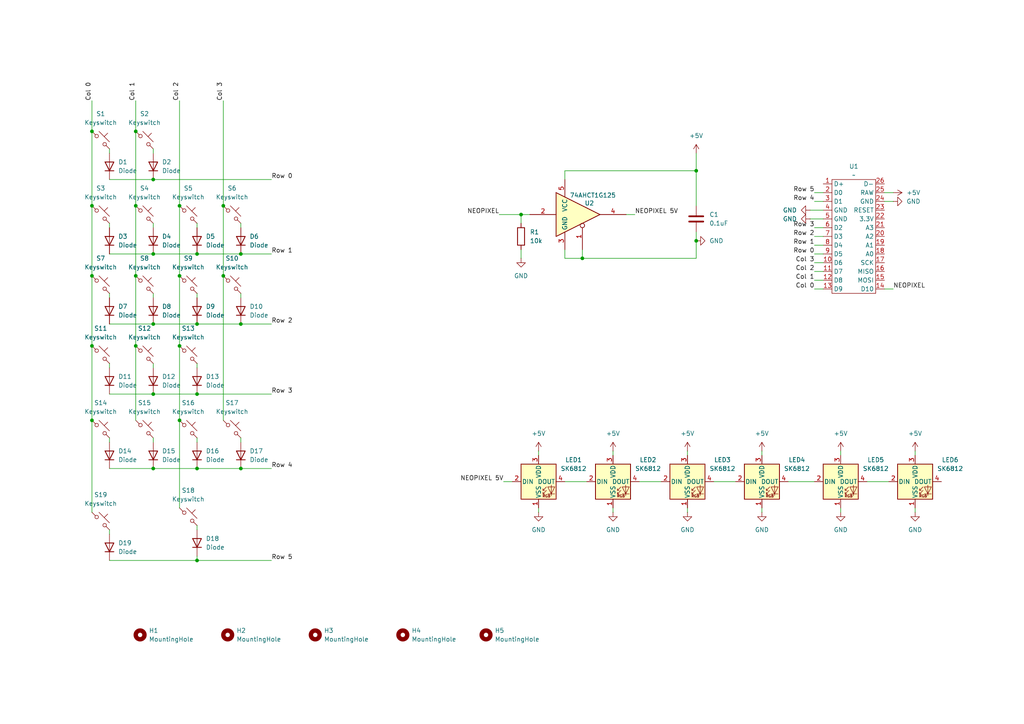
<source format=kicad_sch>
(kicad_sch (version 20231120) (generator "eeschema") (generator_version "8.0")
  (paper "A4")
  (title_block (title "Numpad") (date "2024-05-19") (company "Bychkov Labs"))
  (lib_symbols
    (symbol "74xGxx:74AHCT1G125"
      (property "Reference" "U2" (at 12.7 6.3186 0))
      (property "Value" "74AHCT1G125" (at 12.7 3.7786 0))
      (symbol "74AHCT1G125_0_1"
        (polyline (pts (xy -7.62 6.35) (xy -7.62 -6.35) (xy 5.08 0) (xy -7.62 6.35)) (stroke (width 0.254)) (fill (type background)))
      )
      (symbol "74AHCT1G125_1_1"
        (pin input inverted (at 0 -10.16 90) (length 7.62) (name "~") (number "1"))
        (pin input line (at -15.24 0 0) (length 7.62) (name "~") (number "2"))
        (pin power_in line (at -5.08 -10.16 90) (length 5.08) (name "GND") (number "3"))
        (pin tri_state line (at 12.7 0 180) (length 7.62) (name "~") (number "4"))
        (pin power_in line (at -5.08 10.16 270) (length 5.08) (name "VCC") (number "5"))
      )
    )
    (symbol "Adafruit:KB2040"
      (property "Reference" "U" (at 0 0 0))
      (symbol "KB2040_0_1"
        (rectangle (start -6.35 16.51) (end 6.35 -16.51))
      )
      (symbol "KB2040_1_1"
        (pin input line (at -8.89 15.24 0) (length 2.54) (name "D+") (number "1"))
        (pin input line (at -8.89 -7.62 0) (length 2.54) (name "D6") (number "10"))
        (pin input line (at -8.89 -10.16 0) (length 2.54) (name "D7") (number "11"))
        (pin input line (at -8.89 -12.7 0) (length 2.54) (name "D8") (number "12"))
        (pin input line (at -8.89 -15.24 0) (length 2.54) (name "D9") (number "13"))
        (pin input line (at 8.89 -15.24 180) (length 2.54) (name "D10") (number "14"))
        (pin input line (at 8.89 -12.7 180) (length 2.54) (name "MOSI") (number "15"))
        (pin input line (at 8.89 -10.16 180) (length 2.54) (name "MISO") (number "16"))
        (pin input line (at 8.89 -7.62 180) (length 2.54) (name "SCK") (number "17"))
        (pin input line (at 8.89 -5.08 180) (length 2.54) (name "A0") (number "18"))
        (pin input line (at 8.89 -2.54 180) (length 2.54) (name "A1") (number "19"))
        (pin input line (at -8.89 12.7 0) (length 2.54) (name "D0") (number "2"))
        (pin input line (at 8.89 0 180) (length 2.54) (name "A2") (number "20"))
        (pin input line (at 8.89 2.54 180) (length 2.54) (name "A3") (number "21"))
        (pin input line (at 8.89 5.08 180) (length 2.54) (name "3.3V") (number "22"))
        (pin input line (at 8.89 7.62 180) (length 2.54) (name "RESET") (number "23"))
        (pin input line (at 8.89 10.16 180) (length 2.54) (name "GND") (number "24"))
        (pin input line (at 8.89 12.7 180) (length 2.54) (name "RAW") (number "25"))
        (pin input line (at 8.89 15.24 180) (length 2.54) (name "D-") (number "26"))
        (pin input line (at -8.89 10.16 0) (length 2.54) (name "D1") (number "3"))
        (pin input line (at -8.89 7.62 0) (length 2.54) (name "GND") (number "4"))
        (pin input line (at -8.89 5.08 0) (length 2.54) (name "GND") (number "5"))
        (pin input line (at -8.89 2.54 0) (length 2.54) (name "D2") (number "6"))
        (pin input line (at -8.89 0 0) (length 2.54) (name "D3") (number "7"))
        (pin input line (at -8.89 -2.54 0) (length 2.54) (name "D4") (number "8"))
        (pin input line (at -8.89 -5.08 0) (length 2.54) (name "D5") (number "9"))
      )
    )
    (symbol "Device:C" (pin_numbers hide) (pin_names (offset 0.254))
      (property "Reference" "C" (at 0.635 2.54 0))
      (property "Value" "C" (at 0.635 -2.54 0))
      (symbol "C_0_1"
        (polyline (pts (xy -2.032 -0.762) (xy 2.032 -0.762)) (stroke (width 0.508)))
        (polyline (pts (xy -2.032 0.762) (xy 2.032 0.762)) (stroke (width 0.508)))
      )
      (symbol "C_1_1"
        (pin passive line (at 0 3.81 270) (length 2.794) (name "~") (number "1"))
        (pin passive line (at 0 -3.81 90) (length 2.794) (name "~") (number "2"))
      )
    )
    (symbol "Device:R" (pin_numbers hide) (pin_names (offset 0))
      (property "Reference" "R" (at 2.032 0 90))
      (property "Value" "R" (at 0 0 90))
      (symbol "R_0_1"
        (rectangle (start -1.016 -2.54) (end 1.016 2.54) (stroke (width 0.254)))
      )
      (symbol "R_1_1"
        (pin passive line (at 0 3.81 270) (length 1.27) (name "~") (number "1"))
        (pin passive line (at 0 -3.81 90) (length 1.27) (name "~") (number "2"))
      )
    )
    (symbol "LED:SK6812" (pin_names (offset 0.254))
      (property "Reference" "D" (at 5.08 5.715 0))
      (property "Value" "SK6812" (at 1.27 -5.715 0))
      (symbol "SK6812_0_0"
        (text "RGB" (at 2.286 -4.191 0) (effects (font (size 0.762 0.762))))
      )
      (symbol "SK6812_0_1"
        (polyline (pts (xy 1.27 -3.556) (xy 1.778 -3.556)))
        (polyline (pts (xy 1.27 -2.54) (xy 1.778 -2.54)))
        (polyline (pts (xy 4.699 -3.556) (xy 2.667 -3.556)))
        (polyline (pts (xy 2.286 -2.54) (xy 1.27 -3.556) (xy 1.27 -3.048)))
        (polyline (pts (xy 2.286 -1.524) (xy 1.27 -2.54) (xy 1.27 -2.032)))
        (polyline (pts (xy 3.683 -1.016) (xy 3.683 -3.556) (xy 3.683 -4.064)))
        (polyline (pts (xy 4.699 -1.524) (xy 2.667 -1.524) (xy 3.683 -3.556) (xy 4.699 -1.524)))
        (rectangle (start 5.08 5.08) (end -5.08 -5.08) (stroke (width 0.254)) (fill (type background)))
      )
      (symbol "SK6812_1_1"
        (pin power_in line (at 0 -7.62 90) (length 2.54) (name "VSS") (number "1"))
        (pin input line (at -7.62 0 0) (length 2.54) (name "DIN") (number "2"))
        (pin power_in line (at 0 7.62 270) (length 2.54) (name "VDD") (number "3"))
        (pin output line (at 7.62 0 180) (length 2.54) (name "DOUT") (number "4"))
      )
    )
    (symbol "Mechanical:MountingHole" (pin_names (offset 1.016)) (exclude_from_sim yes) (in_bom no)
      (property "Reference" "H" (at 0 5.08 0))
      (property "Value" "MountingHole" (at 0 3.175 0))
      (symbol "MountingHole_0_1"
        (circle (center 0 0) (radius 1.27) (stroke (width 1.27)))
      )
    )
    (symbol "ScottoKeebs:Placeholder_Diode" (pin_numbers hide) (pin_names hide)
      (property "Reference" "D" (at 0 2.54 0))
      (property "Value" "Diode" (at 0 -2.54 0))
      (symbol "Placeholder_Diode_0_1"
        (polyline (pts (xy -1.27 1.27) (xy -1.27 -1.27)) (stroke (width 0.254)))
        (polyline (pts (xy 1.27 0) (xy -1.27 0)))
        (polyline (pts (xy 1.27 1.27) (xy 1.27 -1.27) (xy -1.27 0) (xy 1.27 1.27)) (stroke (width 0.254)))
      )
      (symbol "Placeholder_Diode_1_1"
        (pin passive line (at -3.81 0 0) (length 2.54) (name "K") (number "1"))
        (pin passive line (at 3.81 0 180) (length 2.54) (name "A") (number "2"))
      )
    )
    (symbol "ScottoKeebs:Placeholder_Keyswitch" (pin_numbers hide) (pin_names (offset 1.016) hide)
      (property "Reference" "S" (at 3.048 1.016 0))
      (property "Value" "Keyswitch" (at 0 -3.81 0))
      (symbol "Placeholder_Keyswitch_0_1"
        (circle (center -1.1684 1.1684) (radius 0.508))
        (polyline (pts (xy -0.508 2.54) (xy 2.54 -0.508)))
        (polyline (pts (xy 1.016 1.016) (xy 2.032 2.032)))
        (polyline (pts (xy -2.54 2.54) (xy -1.524 1.524) (xy -1.524 1.524)))
        (polyline (pts (xy 1.524 -1.524) (xy 2.54 -2.54) (xy 2.54 -2.54) (xy 2.54 -2.54)))
        (circle (center 1.143 -1.1938) (radius 0.508))
        (pin passive line (at -2.54 2.54 0) (length 0) (name "1") (number "1"))
        (pin passive line (at 2.54 -2.54 180) (length 0) (name "2") (number "2"))
      )
    )
    (symbol "power:+5V" (power) (pin_numbers hide) (pin_names (offset 0) hide)
      (property "Value" "+5V" (at 0 3.556 0))
      (symbol "+5V_0_1"
        (polyline (pts (xy -0.762 1.27) (xy 0 2.54)))
        (polyline (pts (xy 0 0) (xy 0 2.54)))
        (polyline (pts (xy 0 2.54) (xy 0.762 1.27)))
      )
      (symbol "+5V_1_1"
        (pin power_in line (at 0 0 90) (length 0) (name "~") (number "1"))
      )
    )
    (symbol "power:GND" (power) (pin_numbers hide) (pin_names (offset 0) hide)
      (property "Value" "GND" (at 0 -3.81 0))
      (symbol "GND_0_1"
        (polyline (pts (xy 0 0) (xy 0 -1.27) (xy 1.27 -1.27) (xy 0 -2.54) (xy -1.27 -1.27) (xy 0 -1.27)))
      )
      (symbol "GND_1_1"
        (pin power_in line (at 0 0 270) (length 0) (name "~") (number "1"))
      )
    )
  )
  (junction (at 57.15 135.89))
  (junction (at 168.91 74.93))
  (junction (at 69.85 135.89))
  (junction (at 52.07 80.01))
  (junction (at 26.67 59.69))
  (junction (at 39.37 80.01))
  (junction (at 26.67 100.33))
  (junction (at 39.37 100.33))
  (junction (at 52.07 100.33))
  (junction (at 44.45 52.07))
  (junction (at 44.45 135.89))
  (junction (at 57.15 114.3))
  (junction (at 201.93 69.85))
  (junction (at 39.37 38.1))
  (junction (at 44.45 114.3))
  (junction (at 52.07 59.69))
  (junction (at 57.15 162.56))
  (junction (at 57.15 73.66))
  (junction (at 44.45 73.66))
  (junction (at 64.77 80.01))
  (junction (at 151.13 62.23))
  (junction (at 201.93 49.53))
  (junction (at 69.85 73.66))
  (junction (at 64.77 59.69))
  (junction (at 57.15 93.98))
  (junction (at 52.07 121.92))
  (junction (at 26.67 121.92))
  (junction (at 69.85 93.98))
  (junction (at 26.67 80.01))
  (junction (at 26.67 38.1))
  (junction (at 44.45 93.98))
  (junction (at 39.37 59.69))
  (wire (pts (xy 44.45 43.18) (xy 44.45 44.45)))
  (wire (pts (xy 44.45 114.3) (xy 57.15 114.3)))
  (wire (pts (xy 26.67 38.1) (xy 26.67 59.69)))
  (wire (pts (xy 31.75 64.77) (xy 31.75 66.04)))
  (wire (pts (xy 201.93 69.85) (xy 201.93 74.93)))
  (wire (pts (xy 44.45 52.07) (xy 78.74 52.07)))
  (wire (pts (xy 31.75 73.66) (xy 44.45 73.66)))
  (wire (pts (xy 177.8 147.32) (xy 177.8 148.59)))
  (wire (pts (xy 57.15 64.77) (xy 57.15 66.04)))
  (wire (pts (xy 69.85 64.77) (xy 69.85 66.04)))
  (wire (pts (xy 44.45 127) (xy 44.45 128.27)))
  (wire (pts (xy 201.93 67.31) (xy 201.93 69.85)))
  (wire (pts (xy 31.75 153.67) (xy 31.75 154.94)))
  (wire (pts (xy 57.15 152.4) (xy 57.15 153.67)))
  (wire (pts (xy 236.22 78.74) (xy 238.76 78.74)))
  (wire (pts (xy 31.75 43.18) (xy 31.75 44.45)))
  (wire (pts (xy 201.93 44.45) (xy 201.93 49.53)))
  (wire (pts (xy 265.43 130.81) (xy 265.43 132.08)))
  (wire (pts (xy 57.15 85.09) (xy 57.15 86.36)))
  (wire (pts (xy 185.42 139.7) (xy 191.77 139.7)))
  (wire (pts (xy 44.45 93.98) (xy 57.15 93.98)))
  (wire (pts (xy 228.6 139.7) (xy 236.22 139.7)))
  (wire (pts (xy 31.75 135.89) (xy 44.45 135.89)))
  (wire (pts (xy 31.75 93.98) (xy 44.45 93.98)))
  (wire (pts (xy 31.75 52.07) (xy 44.45 52.07)))
  (wire (pts (xy 26.67 121.92) (xy 26.67 148.59)))
  (wire (pts (xy 69.85 135.89) (xy 78.74 135.89)))
  (wire (pts (xy 236.22 68.58) (xy 238.76 68.58)))
  (wire (pts (xy 236.22 71.12) (xy 238.76 71.12)))
  (wire (pts (xy 236.22 73.66) (xy 238.76 73.66)))
  (wire (pts (xy 39.37 29.21) (xy 39.37 38.1)))
  (wire (pts (xy 177.8 130.81) (xy 177.8 132.08)))
  (wire (pts (xy 44.45 64.77) (xy 44.45 66.04)))
  (wire (pts (xy 168.91 74.93) (xy 163.83 74.93)))
  (wire (pts (xy 199.39 147.32) (xy 199.39 148.59)))
  (wire (pts (xy 69.85 73.66) (xy 78.74 73.66)))
  (wire (pts (xy 57.15 105.41) (xy 57.15 106.68)))
  (wire (pts (xy 31.75 114.3) (xy 44.45 114.3)))
  (wire (pts (xy 57.15 161.29) (xy 57.15 162.56)))
  (wire (pts (xy 31.75 127) (xy 31.75 128.27)))
  (wire (pts (xy 31.75 85.09) (xy 31.75 86.36)))
  (wire (pts (xy 52.07 80.01) (xy 52.07 100.33)))
  (wire (pts (xy 69.85 127) (xy 69.85 128.27)))
  (wire (pts (xy 57.15 135.89) (xy 69.85 135.89)))
  (wire (pts (xy 207.01 139.7) (xy 213.36 139.7)))
  (wire (pts (xy 146.05 139.7) (xy 148.59 139.7)))
  (wire (pts (xy 156.21 147.32) (xy 156.21 148.59)))
  (wire (pts (xy 156.21 130.81) (xy 156.21 132.08)))
  (wire (pts (xy 234.95 63.5) (xy 238.76 63.5)))
  (wire (pts (xy 26.67 29.21) (xy 26.67 38.1)))
  (wire (pts (xy 256.54 55.88) (xy 259.08 55.88)))
  (wire (pts (xy 144.78 62.23) (xy 151.13 62.23)))
  (wire (pts (xy 52.07 121.92) (xy 52.07 147.32)))
  (wire (pts (xy 69.85 93.98) (xy 78.74 93.98)))
  (wire (pts (xy 57.15 127) (xy 57.15 128.27)))
  (wire (pts (xy 256.54 83.82) (xy 259.08 83.82)))
  (wire (pts (xy 44.45 135.89) (xy 57.15 135.89)))
  (wire (pts (xy 64.77 59.69) (xy 64.77 80.01)))
  (wire (pts (xy 256.54 58.42) (xy 259.08 58.42)))
  (wire (pts (xy 201.93 49.53) (xy 201.93 59.69)))
  (wire (pts (xy 151.13 62.23) (xy 151.13 64.77)))
  (wire (pts (xy 151.13 72.39) (xy 151.13 74.93)))
  (wire (pts (xy 168.91 72.39) (xy 168.91 74.93)))
  (wire (pts (xy 236.22 66.04) (xy 238.76 66.04)))
  (wire (pts (xy 39.37 80.01) (xy 39.37 100.33)))
  (wire (pts (xy 26.67 80.01) (xy 26.67 100.33)))
  (wire (pts (xy 39.37 100.33) (xy 39.37 121.92)))
  (wire (pts (xy 265.43 147.32) (xy 265.43 148.59)))
  (wire (pts (xy 57.15 162.56) (xy 78.74 162.56)))
  (wire (pts (xy 181.61 62.23) (xy 184.15 62.23)))
  (wire (pts (xy 44.45 73.66) (xy 57.15 73.66)))
  (wire (pts (xy 163.83 49.53) (xy 201.93 49.53)))
  (wire (pts (xy 26.67 59.69) (xy 26.67 80.01)))
  (wire (pts (xy 39.37 59.69) (xy 39.37 80.01)))
  (wire (pts (xy 163.83 139.7) (xy 170.18 139.7)))
  (wire (pts (xy 44.45 85.09) (xy 44.45 86.36)))
  (wire (pts (xy 64.77 80.01) (xy 64.77 121.92)))
  (wire (pts (xy 69.85 85.09) (xy 69.85 86.36)))
  (wire (pts (xy 251.46 139.7) (xy 257.81 139.7)))
  (wire (pts (xy 220.98 147.32) (xy 220.98 148.59)))
  (wire (pts (xy 236.22 76.2) (xy 238.76 76.2)))
  (wire (pts (xy 243.84 130.81) (xy 243.84 132.08)))
  (wire (pts (xy 199.39 130.81) (xy 199.39 132.08)))
  (wire (pts (xy 44.45 105.41) (xy 44.45 106.68)))
  (wire (pts (xy 236.22 83.82) (xy 238.76 83.82)))
  (wire (pts (xy 57.15 73.66) (xy 69.85 73.66)))
  (wire (pts (xy 31.75 162.56) (xy 57.15 162.56)))
  (wire (pts (xy 163.83 74.93) (xy 163.83 72.39)))
  (wire (pts (xy 52.07 100.33) (xy 52.07 121.92)))
  (wire (pts (xy 234.95 60.96) (xy 238.76 60.96)))
  (wire (pts (xy 201.93 74.93) (xy 168.91 74.93)))
  (wire (pts (xy 151.13 62.23) (xy 153.67 62.23)))
  (wire (pts (xy 57.15 93.98) (xy 69.85 93.98)))
  (wire (pts (xy 57.15 114.3) (xy 78.74 114.3)))
  (wire (pts (xy 52.07 59.69) (xy 52.07 80.01)))
  (wire (pts (xy 39.37 38.1) (xy 39.37 59.69)))
  (wire (pts (xy 163.83 49.53) (xy 163.83 52.07)))
  (wire (pts (xy 220.98 130.81) (xy 220.98 132.08)))
  (wire (pts (xy 64.77 29.21) (xy 64.77 59.69)))
  (wire (pts (xy 52.07 29.21) (xy 52.07 59.69)))
  (wire (pts (xy 31.75 105.41) (xy 31.75 106.68)))
  (wire (pts (xy 236.22 55.88) (xy 238.76 55.88)))
  (wire (pts (xy 236.22 81.28) (xy 238.76 81.28)))
  (wire (pts (xy 243.84 147.32) (xy 243.84 148.59)))
  (wire (pts (xy 26.67 100.33) (xy 26.67 121.92)))
  (wire (pts (xy 236.22 58.42) (xy 238.76 58.42)))
  (label "NEOPIXEL" (at 259.08 83.82 0))
  (label "Col 0" (at 26.67 29.21 90))
  (label "Col 2" (at 52.07 29.21 90))
  (label "Row 2" (at 78.74 93.98 0))
  (label "Col 2" (at 236.22 78.74 180))
  (label "Col 3" (at 236.22 76.2 180))
  (label "Row 5" (at 78.74 162.56 0))
  (label "Row 3" (at 236.22 66.04 180))
  (label "NEOPIXEL" (at 144.78 62.23 180))
  (label "NEOPIXEL 5V" (at 146.05 139.7 180))
  (label "Col 1" (at 39.37 29.21 90))
  (label "Row 5" (at 236.22 55.88 180))
  (label "Row 4" (at 236.22 58.42 180))
  (label "Col 0" (at 236.22 83.82 180))
  (label "Row 0" (at 78.74 52.07 0))
  (label "NEOPIXEL 5V" (at 184.15 62.23 0))
  (label "Row 4" (at 78.74 135.89 0))
  (label "Row 1" (at 78.74 73.66 0))
  (label "Row 0" (at 236.22 73.66 180))
  (label "Row 1" (at 236.22 71.12 180))
  (label "Col 1" (at 236.22 81.28 180))
  (label "Col 3" (at 64.77 29.21 90))
  (label "Row 2" (at 236.22 68.58 180))
  (label "Row 3" (at 78.74 114.3 0))
  (symbol (lib_id "power:GND") (at 177.8 148.59 0) (unit 1)
    (property "Reference" "#PWR016" (effects (hide yes)))
    (property "Value" "GND" (at 177.8 153.67 0))
    (property "Description" "Power symbol creates a global label with name \"GND\" , ground" (effects (hide yes)))
  )
  (symbol (lib_id "power:+5V") (at 259.08 55.88 270) (unit 1)
    (property "Reference" "#PWR02" (effects (hide yes)))
    (property "Value" "+5V" (at 262.89 55.8799 90) (effects (justify left)))
    (property "Description" "Power symbol creates a global label with name \"+5V\"" (effects (hide yes)))
  )
  (symbol (lib_id "LED:SK6812") (at 265.43 139.7 0) (unit 1)
    (property "Reference" "LED6" (at 275.59 133.3814 0))
    (property "Value" "SK6812" (at 275.59 135.9214 0))
    (property "Footprint" "LED_SMD:LED_SK6812_PLCC4_5.0x5.0mm_P3.2mm" (effects (hide yes)))
    (property "Datasheet" "https://cdn-shop.adafruit.com/product-files/1138/SK6812+LED+datasheet+.pdf" (effects (hide yes)))
    (property "Description" "RGB LED with integrated controller" (effects (hide yes)))
  )
  (symbol (lib_id "ScottoKeebs:Placeholder_Keyswitch") (at 41.91 62.23 0) (unit 1)
    (property "Reference" "S4" (at 41.91 54.61 0))
    (property "Value" "Keyswitch" (at 41.91 57.15 0))
    (property "Footprint" "Button_Switch_Keyboard:SW_Cherry_MX_1.00u_PCB" (effects (hide yes)))
    (property "Description" "Push button switch, normally open, two pins, 45° tilted" (effects (hide yes)))
  )
  (symbol (lib_id "LED:SK6812") (at 199.39 139.7 0) (unit 1)
    (property "Reference" "LED3" (at 209.55 133.3814 0))
    (property "Value" "SK6812" (at 209.55 135.9214 0))
    (property "Footprint" "LED_SMD:LED_SK6812_PLCC4_5.0x5.0mm_P3.2mm" (effects (hide yes)))
    (property "Datasheet" "https://cdn-shop.adafruit.com/product-files/1138/SK6812+LED+datasheet+.pdf" (effects (hide yes)))
    (property "Description" "RGB LED with integrated controller" (effects (hide yes)))
  )
  (symbol (lib_id "ScottoKeebs:Placeholder_Diode") (at 31.75 158.75 90) (unit 1)
    (property "Reference" "D19" (at 34.29 157.4799 90) (effects (justify right)))
    (property "Value" "Diode" (at 34.29 160.0199 90) (effects (justify right)))
    (property "Footprint" "ScottoKeebs_Components:Diode_SOD-123" (effects (hide yes)))
    (property "Description" "1N4148 (DO-35) or 1N4148W (SOD-123)" (effects (hide yes)))
    (property "Sim.Device" "D" (effects (hide yes)))
    (property "Sim.Pins" "1=K 2=A" (effects (hide yes)))
  )
  (symbol (lib_id "74xGxx:74AHCT1G125") (at 168.91 62.23 0) (unit 1)
    (property "Reference" "U2" (at 170.942 58.928 0))
    (property "Value" "74AHCT1G125" (at 171.958 56.642 0))
    (property "Footprint" "Package_TO_SOT_SMD:SOT-23-5_HandSoldering" (effects (hide yes)))
    (property "Datasheet" "http://www.ti.com/lit/sg/scyt129e/scyt129e.pdf" (effects (hide yes)))
    (property "Description" "Single Buffer Gate Tri-State, Low-Voltage CMOS" (effects (hide yes)))
  )
  (symbol (lib_id "ScottoKeebs:Placeholder_Diode") (at 31.75 110.49 90) (unit 1)
    (property "Reference" "D11" (at 34.29 109.2199 90) (effects (justify right)))
    (property "Value" "Diode" (at 34.29 111.7599 90) (effects (justify right)))
    (property "Footprint" "ScottoKeebs_Components:Diode_SOD-123" (effects (hide yes)))
    (property "Description" "1N4148 (DO-35) or 1N4148W (SOD-123)" (effects (hide yes)))
    (property "Sim.Device" "D" (effects (hide yes)))
    (property "Sim.Pins" "1=K 2=A" (effects (hide yes)))
  )
  (symbol (lib_id "power:+5V") (at 220.98 130.81 0) (unit 1)
    (property "Reference" "#PWR012" (effects (hide yes)))
    (property "Value" "+5V" (at 220.98 125.73 0))
    (property "Description" "Power symbol creates a global label with name \"+5V\"" (effects (hide yes)))
  )
  (symbol (lib_id "power:+5V") (at 156.21 130.81 0) (unit 1)
    (property "Reference" "#PWR09" (effects (hide yes)))
    (property "Value" "+5V" (at 156.21 125.73 0))
    (property "Description" "Power symbol creates a global label with name \"+5V\"" (effects (hide yes)))
  )
  (symbol (lib_id "power:+5V") (at 177.8 130.81 0) (unit 1)
    (property "Reference" "#PWR010" (effects (hide yes)))
    (property "Value" "+5V" (at 177.8 125.73 0))
    (property "Description" "Power symbol creates a global label with name \"+5V\"" (effects (hide yes)))
  )
  (symbol (lib_id "ScottoKeebs:Placeholder_Keyswitch") (at 67.31 62.23 0) (unit 1)
    (property "Reference" "S6" (at 67.31 54.61 0))
    (property "Value" "Keyswitch" (at 67.31 57.15 0))
    (property "Footprint" "Button_Switch_Keyboard:SW_Cherry_MX_1.00u_PCB" (effects (hide yes)))
    (property "Description" "Push button switch, normally open, two pins, 45° tilted" (effects (hide yes)))
  )
  (symbol (lib_id "LED:SK6812") (at 220.98 139.7 0) (unit 1)
    (property "Reference" "LED4" (at 231.14 133.3814 0))
    (property "Value" "SK6812" (at 231.14 135.9214 0))
    (property "Footprint" "LED_SMD:LED_SK6812_PLCC4_5.0x5.0mm_P3.2mm" (effects (hide yes)))
    (property "Datasheet" "https://cdn-shop.adafruit.com/product-files/1138/SK6812+LED+datasheet+.pdf" (effects (hide yes)))
    (property "Description" "RGB LED with integrated controller" (effects (hide yes)))
  )
  (symbol (lib_id "ScottoKeebs:Placeholder_Keyswitch") (at 54.61 82.55 0) (unit 1)
    (property "Reference" "S9" (at 54.61 74.93 0))
    (property "Value" "Keyswitch" (at 54.61 77.47 0))
    (property "Footprint" "Button_Switch_Keyboard:SW_Cherry_MX_1.00u_PCB" (effects (hide yes)))
    (property "Description" "Push button switch, normally open, two pins, 45° tilted" (effects (hide yes)))
  )
  (symbol (lib_id "ScottoKeebs:Placeholder_Keyswitch") (at 29.21 82.55 0) (unit 1)
    (property "Reference" "S7" (at 29.21 74.93 0))
    (property "Value" "Keyswitch" (at 29.21 77.47 0))
    (property "Footprint" "Button_Switch_Keyboard:SW_Cherry_MX_1.00u_PCB" (effects (hide yes)))
    (property "Description" "Push button switch, normally open, two pins, 45° tilted" (effects (hide yes)))
  )
  (symbol (lib_id "ScottoKeebs:Placeholder_Diode") (at 69.85 132.08 90) (unit 1)
    (property "Reference" "D17" (at 72.39 130.8099 90) (effects (justify right)))
    (property "Value" "Diode" (at 72.39 133.3499 90) (effects (justify right)))
    (property "Footprint" "ScottoKeebs_Components:Diode_SOD-123" (effects (hide yes)))
    (property "Description" "1N4148 (DO-35) or 1N4148W (SOD-123)" (effects (hide yes)))
    (property "Sim.Device" "D" (effects (hide yes)))
    (property "Sim.Pins" "1=K 2=A" (effects (hide yes)))
  )
  (symbol (lib_id "ScottoKeebs:Placeholder_Keyswitch") (at 54.61 149.86 0) (unit 1)
    (property "Reference" "S18" (at 54.61 142.24 0))
    (property "Value" "Keyswitch" (at 54.61 144.78 0))
    (property "Footprint" "PCM_Switch_Keyboard_Cherry_MX:SW_Cherry_MX_PCB_1.00u" (effects (hide yes)))
    (property "Description" "Push button switch, normally open, two pins, 45° tilted" (effects (hide yes)))
  )
  (symbol (lib_id "ScottoKeebs:Placeholder_Keyswitch") (at 29.21 62.23 0) (unit 1)
    (property "Reference" "S3" (at 29.21 54.61 0))
    (property "Value" "Keyswitch" (at 29.21 57.15 0))
    (property "Footprint" "Button_Switch_Keyboard:SW_Cherry_MX_1.00u_PCB" (effects (hide yes)))
    (property "Description" "Push button switch, normally open, two pins, 45° tilted" (effects (hide yes)))
  )
  (symbol (lib_id "ScottoKeebs:Placeholder_Diode") (at 31.75 90.17 90) (unit 1)
    (property "Reference" "D7" (at 34.29 88.8999 90) (effects (justify right)))
    (property "Value" "Diode" (at 34.29 91.4399 90) (effects (justify right)))
    (property "Footprint" "ScottoKeebs_Components:Diode_SOD-123" (effects (hide yes)))
    (property "Description" "1N4148 (DO-35) or 1N4148W (SOD-123)" (effects (hide yes)))
    (property "Sim.Device" "D" (effects (hide yes)))
    (property "Sim.Pins" "1=K 2=A" (effects (hide yes)))
  )
  (symbol (lib_id "ScottoKeebs:Placeholder_Keyswitch") (at 41.91 102.87 0) (unit 1)
    (property "Reference" "S12" (at 41.91 95.25 0))
    (property "Value" "Keyswitch" (at 41.91 97.79 0))
    (property "Footprint" "Button_Switch_Keyboard:SW_Cherry_MX_1.00u_PCB" (effects (hide yes)))
    (property "Description" "Push button switch, normally open, two pins, 45° tilted" (effects (hide yes)))
  )
  (symbol (lib_id "ScottoKeebs:Placeholder_Keyswitch") (at 41.91 40.64 0) (unit 1)
    (property "Reference" "S2" (at 41.91 33.02 0))
    (property "Value" "Keyswitch" (at 41.91 35.56 0))
    (property "Footprint" "Button_Switch_Keyboard:SW_Cherry_MX_1.00u_PCB" (effects (hide yes)))
    (property "Description" "Push button switch, normally open, two pins, 45° tilted" (effects (hide yes)))
  )
  (symbol (lib_id "ScottoKeebs:Placeholder_Keyswitch") (at 67.31 82.55 0) (unit 1)
    (property "Reference" "S10" (at 67.31 74.93 0))
    (property "Value" "Keyswitch" (at 67.31 77.47 0))
    (property "Footprint" "PCM_Switch_Keyboard_Cherry_MX:SW_Cherry_MX_PCB_2.00u_90deg" (effects (hide yes)))
    (property "Description" "Push button switch, normally open, two pins, 45° tilted" (effects (hide yes)))
  )
  (symbol (lib_id "power:+5V") (at 265.43 130.81 0) (unit 1)
    (property "Reference" "#PWR014" (effects (hide yes)))
    (property "Value" "+5V" (at 265.43 125.73 0))
    (property "Description" "Power symbol creates a global label with name \"+5V\"" (effects (hide yes)))
  )
  (symbol (lib_id "ScottoKeebs:Placeholder_Diode") (at 44.45 132.08 90) (unit 1)
    (property "Reference" "D15" (at 46.99 130.8099 90) (effects (justify right)))
    (property "Value" "Diode" (at 46.99 133.3499 90) (effects (justify right)))
    (property "Footprint" "ScottoKeebs_Components:Diode_SOD-123" (effects (hide yes)))
    (property "Description" "1N4148 (DO-35) or 1N4148W (SOD-123)" (effects (hide yes)))
    (property "Sim.Device" "D" (effects (hide yes)))
    (property "Sim.Pins" "1=K 2=A" (effects (hide yes)))
  )
  (symbol (lib_id "power:+5V") (at 201.93 44.45 0) (unit 1)
    (property "Reference" "#PWR021" (effects (hide yes)))
    (property "Value" "+5V" (at 201.93 39.37 0))
    (property "Description" "Power symbol creates a global label with name \"+5V\"" (effects (hide yes)))
  )
  (symbol (lib_id "ScottoKeebs:Placeholder_Keyswitch") (at 67.31 124.46 0) (unit 1)
    (property "Reference" "S17" (at 67.31 116.84 0))
    (property "Value" "Keyswitch" (at 67.31 119.38 0))
    (property "Footprint" "PCM_Switch_Keyboard_Cherry_MX:SW_Cherry_MX_PCB_2.00u_90deg" (effects (hide yes)))
    (property "Description" "Push button switch, normally open, two pins, 45° tilted" (effects (hide yes)))
  )
  (symbol (lib_id "power:GND") (at 199.39 148.59 0) (unit 1)
    (property "Reference" "#PWR017" (effects (hide yes)))
    (property "Value" "GND" (at 199.39 153.67 0))
    (property "Description" "Power symbol creates a global label with name \"GND\" , ground" (effects (hide yes)))
  )
  (symbol (lib_id "ScottoKeebs:Placeholder_Keyswitch") (at 29.21 151.13 0) (unit 1)
    (property "Reference" "S19" (at 29.21 143.51 0))
    (property "Value" "Keyswitch" (at 29.21 146.05 0))
    (property "Footprint" "PCM_Switch_Keyboard_Cherry_MX:SW_Cherry_MX_PCB_2.00u" (effects (hide yes)))
    (property "Description" "Push button switch, normally open, two pins, 45° tilted" (effects (hide yes)))
  )
  (symbol (lib_id "ScottoKeebs:Placeholder_Diode") (at 69.85 90.17 90) (unit 1)
    (property "Reference" "D10" (at 72.39 88.8999 90) (effects (justify right)))
    (property "Value" "Diode" (at 72.39 91.4399 90) (effects (justify right)))
    (property "Footprint" "ScottoKeebs_Components:Diode_SOD-123" (effects (hide yes)))
    (property "Description" "1N4148 (DO-35) or 1N4148W (SOD-123)" (effects (hide yes)))
    (property "Sim.Device" "D" (effects (hide yes)))
    (property "Sim.Pins" "1=K 2=A" (effects (hide yes)))
  )
  (symbol (lib_id "power:GND") (at 156.21 148.59 0) (unit 1)
    (property "Reference" "#PWR015" (effects (hide yes)))
    (property "Value" "GND" (at 156.21 153.67 0))
    (property "Description" "Power symbol creates a global label with name \"GND\" , ground" (effects (hide yes)))
  )
  (symbol (lib_id "Device:C") (at 201.93 63.5 0) (unit 1)
    (property "Reference" "C1" (at 205.74 62.2299 0) (effects (justify left)))
    (property "Value" "0.1uF" (at 205.74 64.7699 0) (effects (justify left)))
    (property "Footprint" "Capacitor_SMD:C_1206_3216Metric_Pad1.33x1.80mm_HandSolder" (effects (hide yes)))
    (property "Description" "Unpolarized capacitor" (effects (hide yes)))
  )
  (symbol (lib_id "power:GND") (at 151.13 74.93 0) (unit 1)
    (property "Reference" "#PWR06" (effects (hide yes)))
    (property "Value" "GND" (at 151.13 80.01 0))
    (property "Description" "Power symbol creates a global label with name \"GND\" , ground" (effects (hide yes)))
  )
  (symbol (lib_id "Mechanical:MountingHole") (at 116.84 184.15 0) (unit 1) (exclude_from_sim yes) (in_bom no)
    (property "Reference" "H4" (at 119.38 182.8799 0) (effects (justify left)))
    (property "Value" "MountingHole" (at 119.38 185.4199 0) (effects (justify left)))
    (property "Footprint" "MountingHole:MountingHole_2.2mm_M2" (effects (hide yes)))
    (property "Description" "Mounting Hole without connection" (effects (hide yes)))
  )
  (symbol (lib_id "ScottoKeebs:Placeholder_Diode") (at 57.15 69.85 90) (unit 1)
    (property "Reference" "D5" (at 59.69 68.5799 90) (effects (justify right)))
    (property "Value" "Diode" (at 59.69 71.1199 90) (effects (justify right)))
    (property "Footprint" "ScottoKeebs_Components:Diode_SOD-123" (effects (hide yes)))
    (property "Description" "1N4148 (DO-35) or 1N4148W (SOD-123)" (effects (hide yes)))
    (property "Sim.Device" "D" (effects (hide yes)))
    (property "Sim.Pins" "1=K 2=A" (effects (hide yes)))
  )
  (symbol (lib_id "Mechanical:MountingHole") (at 140.97 184.15 0) (unit 1) (exclude_from_sim yes) (in_bom no)
    (property "Reference" "H5" (at 143.51 182.8799 0) (effects (justify left)))
    (property "Value" "MountingHole" (at 143.51 185.4199 0) (effects (justify left)))
    (property "Footprint" "MountingHole:MountingHole_2.2mm_M2" (effects (hide yes)))
    (property "Description" "Mounting Hole without connection" (effects (hide yes)))
  )
  (symbol (lib_id "ScottoKeebs:Placeholder_Diode") (at 31.75 132.08 90) (unit 1)
    (property "Reference" "D14" (at 34.29 130.8099 90) (effects (justify right)))
    (property "Value" "Diode" (at 34.29 133.3499 90) (effects (justify right)))
    (property "Footprint" "ScottoKeebs_Components:Diode_SOD-123" (effects (hide yes)))
    (property "Description" "1N4148 (DO-35) or 1N4148W (SOD-123)" (effects (hide yes)))
    (property "Sim.Device" "D" (effects (hide yes)))
    (property "Sim.Pins" "1=K 2=A" (effects (hide yes)))
  )
  (symbol (lib_id "Mechanical:MountingHole") (at 66.04 184.15 0) (unit 1) (exclude_from_sim yes) (in_bom no)
    (property "Reference" "H2" (at 68.58 182.8799 0) (effects (justify left)))
    (property "Value" "MountingHole" (at 68.58 185.4199 0) (effects (justify left)))
    (property "Footprint" "MountingHole:MountingHole_2.2mm_M2" (effects (hide yes)))
    (property "Description" "Mounting Hole without connection" (effects (hide yes)))
  )
  (symbol (lib_id "Device:R") (at 151.13 68.58 0) (unit 1)
    (property "Reference" "R1" (at 153.67 67.3099 0) (effects (justify left)))
    (property "Value" "10k" (at 153.67 69.8499 0) (effects (justify left)))
    (property "Footprint" "Resistor_SMD:R_0805_2012Metric_Pad1.20x1.40mm_HandSolder" (effects (hide yes)))
    (property "Description" "Resistor" (effects (hide yes)))
  )
  (symbol (lib_id "power:GND") (at 265.43 148.59 0) (unit 1)
    (property "Reference" "#PWR020" (effects (hide yes)))
    (property "Value" "GND" (at 265.43 153.67 0))
    (property "Description" "Power symbol creates a global label with name \"GND\" , ground" (effects (hide yes)))
  )
  (symbol (lib_id "LED:SK6812") (at 243.84 139.7 0) (unit 1)
    (property "Reference" "LED5" (at 254 133.3814 0))
    (property "Value" "SK6812" (at 254 135.9214 0))
    (property "Footprint" "LED_SMD:LED_SK6812_PLCC4_5.0x5.0mm_P3.2mm" (effects (hide yes)))
    (property "Datasheet" "https://cdn-shop.adafruit.com/product-files/1138/SK6812+LED+datasheet+.pdf" (effects (hide yes)))
    (property "Description" "RGB LED with integrated controller" (effects (hide yes)))
  )
  (symbol (lib_id "ScottoKeebs:Placeholder_Keyswitch") (at 29.21 102.87 0) (unit 1)
    (property "Reference" "S11" (at 29.21 95.25 0))
    (property "Value" "Keyswitch" (at 29.21 97.79 0))
    (property "Footprint" "Button_Switch_Keyboard:SW_Cherry_MX_1.00u_PCB" (effects (hide yes)))
    (property "Description" "Push button switch, normally open, two pins, 45° tilted" (effects (hide yes)))
  )
  (symbol (lib_id "ScottoKeebs:Placeholder_Diode") (at 57.15 90.17 90) (unit 1)
    (property "Reference" "D9" (at 59.69 88.8999 90) (effects (justify right)))
    (property "Value" "Diode" (at 59.69 91.4399 90) (effects (justify right)))
    (property "Footprint" "ScottoKeebs_Components:Diode_SOD-123" (effects (hide yes)))
    (property "Description" "1N4148 (DO-35) or 1N4148W (SOD-123)" (effects (hide yes)))
    (property "Sim.Device" "D" (effects (hide yes)))
    (property "Sim.Pins" "1=K 2=A" (effects (hide yes)))
  )
  (symbol (lib_id "ScottoKeebs:Placeholder_Diode") (at 44.45 69.85 90) (unit 1)
    (property "Reference" "D4" (at 46.99 68.5799 90) (effects (justify right)))
    (property "Value" "Diode" (at 46.99 71.1199 90) (effects (justify right)))
    (property "Footprint" "ScottoKeebs_Components:Diode_SOD-123" (effects (hide yes)))
    (property "Description" "1N4148 (DO-35) or 1N4148W (SOD-123)" (effects (hide yes)))
    (property "Sim.Device" "D" (effects (hide yes)))
    (property "Sim.Pins" "1=K 2=A" (effects (hide yes)))
  )
  (symbol (lib_id "Mechanical:MountingHole") (at 40.64 184.15 0) (unit 1) (exclude_from_sim yes) (in_bom no)
    (property "Reference" "H1" (at 43.18 182.8799 0) (effects (justify left)))
    (property "Value" "MountingHole" (at 43.18 185.4199 0) (effects (justify left)))
    (property "Footprint" "MountingHole:MountingHole_2.2mm_M2" (effects (hide yes)))
    (property "Description" "Mounting Hole without connection" (effects (hide yes)))
  )
  (symbol (lib_id "power:+5V") (at 199.39 130.81 0) (unit 1)
    (property "Reference" "#PWR011" (effects (hide yes)))
    (property "Value" "+5V" (at 199.39 125.73 0))
    (property "Description" "Power symbol creates a global label with name \"+5V\"" (effects (hide yes)))
  )
  (symbol (lib_id "ScottoKeebs:Placeholder_Diode") (at 57.15 110.49 90) (unit 1)
    (property "Reference" "D13" (at 59.69 109.2199 90) (effects (justify right)))
    (property "Value" "Diode" (at 59.69 111.7599 90) (effects (justify right)))
    (property "Footprint" "ScottoKeebs_Components:Diode_SOD-123" (effects (hide yes)))
    (property "Description" "1N4148 (DO-35) or 1N4148W (SOD-123)" (effects (hide yes)))
    (property "Sim.Device" "D" (effects (hide yes)))
    (property "Sim.Pins" "1=K 2=A" (effects (hide yes)))
  )
  (symbol (lib_id "ScottoKeebs:Placeholder_Diode") (at 31.75 69.85 90) (unit 1)
    (property "Reference" "D3" (at 34.29 68.5799 90) (effects (justify right)))
    (property "Value" "Diode" (at 34.29 71.1199 90) (effects (justify right)))
    (property "Footprint" "ScottoKeebs_Components:Diode_SOD-123" (effects (hide yes)))
    (property "Description" "1N4148 (DO-35) or 1N4148W (SOD-123)" (effects (hide yes)))
    (property "Sim.Device" "D" (effects (hide yes)))
    (property "Sim.Pins" "1=K 2=A" (effects (hide yes)))
  )
  (symbol (lib_id "power:GND") (at 201.93 69.85 90) (unit 1)
    (property "Reference" "#PWR025" (effects (hide yes)))
    (property "Value" "GND" (at 205.74 69.8499 90) (effects (justify right)))
    (property "Description" "Power symbol creates a global label with name \"GND\" , ground" (effects (hide yes)))
  )
  (symbol (lib_id "power:GND") (at 243.84 148.59 0) (unit 1)
    (property "Reference" "#PWR019" (effects (hide yes)))
    (property "Value" "GND" (at 243.84 153.67 0))
    (property "Description" "Power symbol creates a global label with name \"GND\" , ground" (effects (hide yes)))
  )
  (symbol (lib_id "Adafruit:KB2040") (at 247.65 68.58 0) (unit 1)
    (property "Reference" "U1" (at 247.65 48.26 0))
    (property "Value" "~" (at 247.65 50.8 0))
    (property "Footprint" "Adafruit:KB2040" (effects (hide yes)))
  )
  (symbol (lib_id "ScottoKeebs:Placeholder_Diode") (at 57.15 157.48 90) (unit 1)
    (property "Reference" "D18" (at 59.69 156.2099 90) (effects (justify right)))
    (property "Value" "Diode" (at 59.69 158.7499 90) (effects (justify right)))
    (property "Footprint" "ScottoKeebs_Components:Diode_SOD-123" (effects (hide yes)))
    (property "Description" "1N4148 (DO-35) or 1N4148W (SOD-123)" (effects (hide yes)))
    (property "Sim.Device" "D" (effects (hide yes)))
    (property "Sim.Pins" "1=K 2=A" (effects (hide yes)))
  )
  (symbol (lib_id "ScottoKeebs:Placeholder_Diode") (at 57.15 132.08 90) (unit 1)
    (property "Reference" "D16" (at 59.69 130.8099 90) (effects (justify right)))
    (property "Value" "Diode" (at 59.69 133.3499 90) (effects (justify right)))
    (property "Footprint" "ScottoKeebs_Components:Diode_SOD-123" (effects (hide yes)))
    (property "Description" "1N4148 (DO-35) or 1N4148W (SOD-123)" (effects (hide yes)))
    (property "Sim.Device" "D" (effects (hide yes)))
    (property "Sim.Pins" "1=K 2=A" (effects (hide yes)))
  )
  (symbol (lib_id "ScottoKeebs:Placeholder_Diode") (at 31.75 48.26 90) (unit 1)
    (property "Reference" "D1" (at 34.29 46.9899 90) (effects (justify right)))
    (property "Value" "Diode" (at 34.29 49.5299 90) (effects (justify right)))
    (property "Footprint" "ScottoKeebs_Components:Diode_SOD-123" (effects (hide yes)))
    (property "Description" "1N4148 (DO-35) or 1N4148W (SOD-123)" (effects (hide yes)))
    (property "Sim.Device" "D" (effects (hide yes)))
    (property "Sim.Pins" "1=K 2=A" (effects (hide yes)))
  )
  (symbol (lib_id "power:GND") (at 234.95 63.5 270) (unit 1)
    (property "Reference" "#PWR05" (effects (hide yes)))
    (property "Value" "GND" (at 231.14 63.4999 90) (effects (justify right)))
    (property "Description" "Power symbol creates a global label with name \"GND\" , ground" (effects (hide yes)))
  )
  (symbol (lib_id "ScottoKeebs:Placeholder_Keyswitch") (at 41.91 124.46 0) (unit 1)
    (property "Reference" "S15" (at 41.91 116.84 0))
    (property "Value" "Keyswitch" (at 41.91 119.38 0))
    (property "Footprint" "Button_Switch_Keyboard:SW_Cherry_MX_1.00u_PCB" (effects (hide yes)))
    (property "Description" "Push button switch, normally open, two pins, 45° tilted" (effects (hide yes)))
  )
  (symbol (lib_id "ScottoKeebs:Placeholder_Keyswitch") (at 41.91 82.55 0) (unit 1)
    (property "Reference" "S8" (at 41.91 74.93 0))
    (property "Value" "Keyswitch" (at 41.91 77.47 0))
    (property "Footprint" "Button_Switch_Keyboard:SW_Cherry_MX_1.00u_PCB" (effects (hide yes)))
    (property "Description" "Push button switch, normally open, two pins, 45° tilted" (effects (hide yes)))
  )
  (symbol (lib_id "power:+5V") (at 243.84 130.81 0) (unit 1)
    (property "Reference" "#PWR013" (effects (hide yes)))
    (property "Value" "+5V" (at 243.84 125.73 0))
    (property "Description" "Power symbol creates a global label with name \"+5V\"" (effects (hide yes)))
  )
  (symbol (lib_id "ScottoKeebs:Placeholder_Diode") (at 44.45 48.26 90) (unit 1)
    (property "Reference" "D2" (at 46.99 46.9899 90) (effects (justify right)))
    (property "Value" "Diode" (at 46.99 49.5299 90) (effects (justify right)))
    (property "Footprint" "ScottoKeebs_Components:Diode_SOD-123" (effects (hide yes)))
    (property "Description" "1N4148 (DO-35) or 1N4148W (SOD-123)" (effects (hide yes)))
    (property "Sim.Device" "D" (effects (hide yes)))
    (property "Sim.Pins" "1=K 2=A" (effects (hide yes)))
  )
  (symbol (lib_id "ScottoKeebs:Placeholder_Diode") (at 69.85 69.85 90) (unit 1)
    (property "Reference" "D6" (at 72.39 68.5799 90) (effects (justify right)))
    (property "Value" "Diode" (at 72.39 71.1199 90) (effects (justify right)))
    (property "Footprint" "ScottoKeebs_Components:Diode_SOD-123" (effects (hide yes)))
    (property "Description" "1N4148 (DO-35) or 1N4148W (SOD-123)" (effects (hide yes)))
    (property "Sim.Device" "D" (effects (hide yes)))
    (property "Sim.Pins" "1=K 2=A" (effects (hide yes)))
  )
  (symbol (lib_id "LED:SK6812") (at 156.21 139.7 0) (unit 1)
    (property "Reference" "LED1" (at 166.37 133.3814 0))
    (property "Value" "SK6812" (at 166.37 135.9214 0))
    (property "Footprint" "LED_SMD:LED_SK6812_PLCC4_5.0x5.0mm_P3.2mm" (effects (hide yes)))
    (property "Datasheet" "https://cdn-shop.adafruit.com/product-files/1138/SK6812+LED+datasheet+.pdf" (effects (hide yes)))
    (property "Description" "RGB LED with integrated controller" (effects (hide yes)))
  )
  (symbol (lib_id "ScottoKeebs:Placeholder_Diode") (at 44.45 90.17 90) (unit 1)
    (property "Reference" "D8" (at 46.99 88.8999 90) (effects (justify right)))
    (property "Value" "Diode" (at 46.99 91.4399 90) (effects (justify right)))
    (property "Footprint" "ScottoKeebs_Components:Diode_SOD-123" (effects (hide yes)))
    (property "Description" "1N4148 (DO-35) or 1N4148W (SOD-123)" (effects (hide yes)))
    (property "Sim.Device" "D" (effects (hide yes)))
    (property "Sim.Pins" "1=K 2=A" (effects (hide yes)))
  )
  (symbol (lib_id "ScottoKeebs:Placeholder_Keyswitch") (at 54.61 62.23 0) (unit 1)
    (property "Reference" "S5" (at 54.61 54.61 0))
    (property "Value" "Keyswitch" (at 54.61 57.15 0))
    (property "Footprint" "Button_Switch_Keyboard:SW_Cherry_MX_1.00u_PCB" (effects (hide yes)))
    (property "Description" "Push button switch, normally open, two pins, 45° tilted" (effects (hide yes)))
  )
  (symbol (lib_id "ScottoKeebs:Placeholder_Keyswitch") (at 54.61 124.46 0) (unit 1)
    (property "Reference" "S16" (at 54.61 116.84 0))
    (property "Value" "Keyswitch" (at 54.61 119.38 0))
    (property "Footprint" "Button_Switch_Keyboard:SW_Cherry_MX_1.00u_PCB" (effects (hide yes)))
    (property "Description" "Push button switch, normally open, two pins, 45° tilted" (effects (hide yes)))
  )
  (symbol (lib_id "Mechanical:MountingHole") (at 91.44 184.15 0) (unit 1) (exclude_from_sim yes) (in_bom no)
    (property "Reference" "H3" (at 93.98 182.8799 0) (effects (justify left)))
    (property "Value" "MountingHole" (at 93.98 185.4199 0) (effects (justify left)))
    (property "Footprint" "MountingHole:MountingHole_2.2mm_M2" (effects (hide yes)))
    (property "Description" "Mounting Hole without connection" (effects (hide yes)))
  )
  (symbol (lib_id "ScottoKeebs:Placeholder_Diode") (at 44.45 110.49 90) (unit 1)
    (property "Reference" "D12" (at 46.99 109.2199 90) (effects (justify right)))
    (property "Value" "Diode" (at 46.99 111.7599 90) (effects (justify right)))
    (property "Footprint" "ScottoKeebs_Components:Diode_SOD-123" (effects (hide yes)))
    (property "Description" "1N4148 (DO-35) or 1N4148W (SOD-123)" (effects (hide yes)))
    (property "Sim.Device" "D" (effects (hide yes)))
    (property "Sim.Pins" "1=K 2=A" (effects (hide yes)))
  )
  (symbol (lib_id "power:GND") (at 259.08 58.42 90) (unit 1)
    (property "Reference" "#PWR03" (effects (hide yes)))
    (property "Value" "GND" (at 262.89 58.4199 90) (effects (justify right)))
    (property "Description" "Power symbol creates a global label with name \"GND\" , ground" (effects (hide yes)))
  )
  (symbol (lib_id "power:GND") (at 234.95 60.96 270) (unit 1)
    (property "Reference" "#PWR04" (effects (hide yes)))
    (property "Value" "GND" (at 231.14 60.9599 90) (effects (justify right)))
    (property "Description" "Power symbol creates a global label with name \"GND\" , ground" (effects (hide yes)))
  )
  (symbol (lib_id "power:GND") (at 220.98 148.59 0) (unit 1)
    (property "Reference" "#PWR018" (effects (hide yes)))
    (property "Value" "GND" (at 220.98 153.67 0))
    (property "Description" "Power symbol creates a global label with name \"GND\" , ground" (effects (hide yes)))
  )
  (symbol (lib_id "LED:SK6812") (at 177.8 139.7 0) (unit 1)
    (property "Reference" "LED2" (at 187.96 133.3814 0))
    (property "Value" "SK6812" (at 187.96 135.9214 0))
    (property "Footprint" "LED_SMD:LED_SK6812_PLCC4_5.0x5.0mm_P3.2mm" (effects (hide yes)))
    (property "Datasheet" "https://cdn-shop.adafruit.com/product-files/1138/SK6812+LED+datasheet+.pdf" (effects (hide yes)))
    (property "Description" "RGB LED with integrated controller" (effects (hide yes)))
  )
  (symbol (lib_id "ScottoKeebs:Placeholder_Keyswitch") (at 29.21 124.46 0) (unit 1)
    (property "Reference" "S14" (at 29.21 116.84 0))
    (property "Value" "Keyswitch" (at 29.21 119.38 0))
    (property "Footprint" "Button_Switch_Keyboard:SW_Cherry_MX_1.00u_PCB" (effects (hide yes)))
    (property "Description" "Push button switch, normally open, two pins, 45° tilted" (effects (hide yes)))
  )
  (symbol (lib_id "ScottoKeebs:Placeholder_Keyswitch") (at 54.61 102.87 0) (unit 1)
    (property "Reference" "S13" (at 54.61 95.25 0))
    (property "Value" "Keyswitch" (at 54.61 97.79 0))
    (property "Footprint" "Button_Switch_Keyboard:SW_Cherry_MX_1.00u_PCB" (effects (hide yes)))
    (property "Description" "Push button switch, normally open, two pins, 45° tilted" (effects (hide yes)))
  )
  (symbol (lib_id "ScottoKeebs:Placeholder_Keyswitch") (at 29.21 40.64 0) (unit 1)
    (property "Reference" "S1" (at 29.21 33.02 0))
    (property "Value" "Keyswitch" (at 29.21 35.56 0))
    (property "Footprint" "Button_Switch_Keyboard:SW_Cherry_MX_1.00u_PCB" (effects (hide yes)))
    (property "Description" "Push button switch, normally open, two pins, 45° tilted" (effects (hide yes)))
  )
)
</source>
